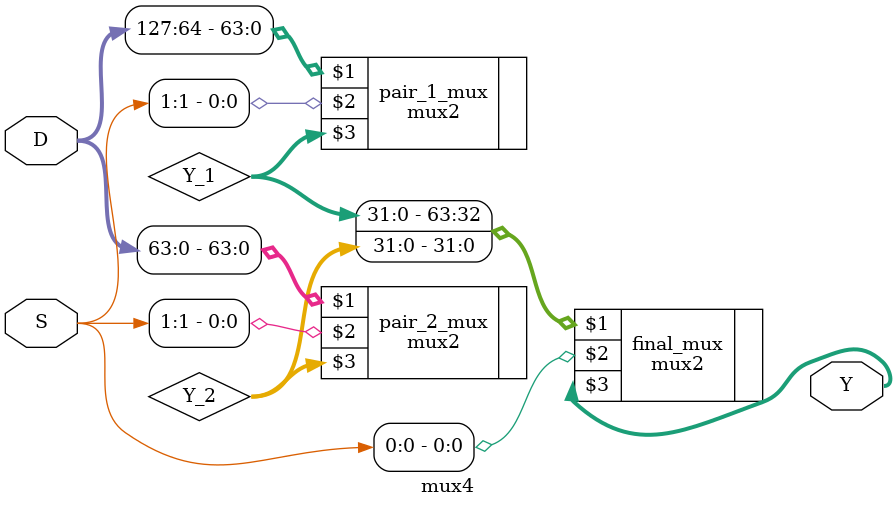
<source format=sv>
module mux4(D, S, Y);

input wire [127:0] D;
input wire [1:0] S;
output logic [31:0] Y;
logic [31:0] Y_1, Y_2;

mux2 pair_1_mux (D[127:64], S[1], Y_1);
mux2 pair_2_mux (D[63:0], S[1], Y_2);
mux2 final_mux ({Y_1,Y_2}, S[0], Y);

endmodule
</source>
